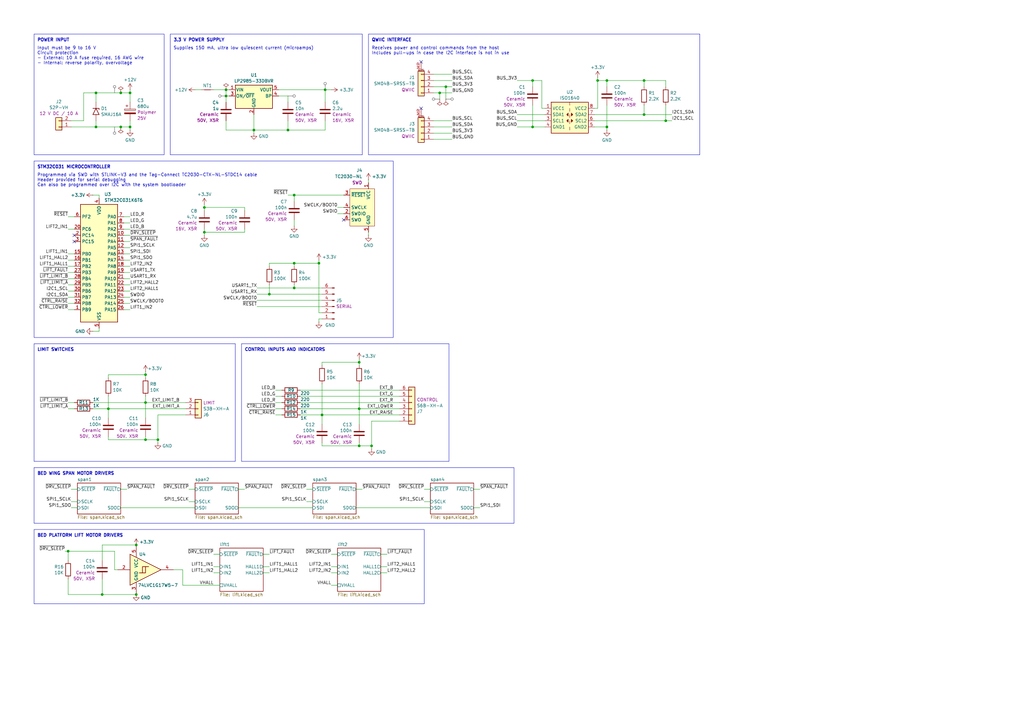
<source format=kicad_sch>
(kicad_sch (version 20250114) (generator "eeschema") (generator_version "9.0")
  (paper "A3")
  (title_block (title "Bed Lift Controller") (date "2025-10") (rev "v0.2") (company "Brown Studios LLC"))
  (rectangle (start 99.06 140.97) (end 184.15 189.23))
  (rectangle (start 13.97 217.17) (end 173.99 247.65))
  (rectangle (start 69.85 13.97) (end 148.59 63.5))
  (rectangle (start 13.97 13.97) (end 67.31 63.5))
  (rectangle (start 13.97 140.97) (end 96.52 189.23))
  (rectangle (start 151.13 13.97) (end 287.02 63.5))
  (rectangle (start 13.97 66.04) (end 161.29 138.43))
  (rectangle (start 13.97 191.77) (end 210.82 214.63))
  (text "Programmed via SWD with STLINK-V3 and the Tag-Connect TC2030-CTX-NL-STDC14 cable\nHeader provided for serial debugging\nCan also be programmed over I2C with the system bootloader" (at 15.24 71.12 0) (effects (font (size 1.27 1.27) (thickness 0.1588)) (justify left top)))
  (text "Supplies 150 mA, ultra low quiescent current (microamps)" (at 71.12 19.05 0) (effects (font (size 1.27 1.27)) (justify left top)))
  (text "LIMIT SWITCHES" (at 15.24 143.51 0) (effects (font (size 1.27 1.27) (thickness 0.254) (bold yes)) (justify left)))
  (text "POWER INPUT" (at 15.24 16.51 0) (effects (font (size 1.27 1.27) (thickness 0.254) (bold yes)) (justify left)))
  (text "BED WING SPAN MOTOR DRIVERS" (at 15.24 194.31 0) (effects (font (size 1.27 1.27) (thickness 0.254) (bold yes)) (justify left)))
  (text "STM32C031 MICROCONTROLLER" (at 15.24 68.58 0) (effects (font (size 1.27 1.27) (thickness 0.254) (bold yes)) (justify left)))
  (text "3.3 V POWER SUPPLY" (at 71.12 16.51 0) (effects (font (size 1.27 1.27) (thickness 0.254) (bold yes)) (justify left)))
  (text "QWIIC INTERFACE" (at 152.4 16.51 0) (effects (font (size 1.27 1.27) (thickness 0.254) (bold yes)) (justify left)))
  (text "CONTROL INPUTS AND INDICATORS" (at 100.33 143.51 0) (effects (font (size 1.27 1.27) (thickness 0.254) (bold yes)) (justify left)))
  (text "Receives power and control commands from the host\nIncludes pull-ups in case the I2C interface is not in use" (at 152.4 19.05 0) (effects (font (size 1.27 1.27)) (justify left top)))
  (text "Input must be 9 to 16 V\nCircuit protection\n- External: 10 A fuse required, 16 AWG wire\n- Internal: reverse polarity, overvoltage" (at 15.24 19.05 0) (effects (font (size 1.27 1.27)) (justify left top)))
  (text "BED PLATFORM LIFT MOTOR DRIVERS" (at 15.24 219.71 0) (effects (font (size 1.27 1.27) (thickness 0.254) (bold yes)) (justify left)))
  (junction (at 44.45 167.64))
  (junction (at 180.34 38.1))
  (junction (at 133.35 36.83))
  (junction (at 120.65 80.01))
  (junction (at 92.71 39.37))
  (junction (at 130.81 107.95))
  (junction (at 147.32 167.64))
  (junction (at 39.37 52.07))
  (junction (at 218.44 33.02))
  (junction (at 64.77 180.34))
  (junction (at 59.69 165.1))
  (junction (at 264.16 46.99))
  (junction (at 152.4 182.88))
  (junction (at 59.69 180.34))
  (junction (at 132.08 170.18))
  (junction (at 182.88 35.56))
  (junction (at 264.16 33.02))
  (junction (at 41.91 243.84))
  (junction (at 120.65 118.11))
  (junction (at 120.65 107.95))
  (junction (at 118.11 53.34))
  (junction (at 83.82 85.09))
  (junction (at 55.88 223.52))
  (junction (at 49.53 38.1))
  (junction (at 39.37 38.1))
  (junction (at 248.92 33.02))
  (junction (at 218.44 52.07))
  (junction (at 53.34 52.07))
  (junction (at 53.34 38.1))
  (junction (at 27.94 226.06))
  (junction (at 248.92 52.07))
  (junction (at 245.11 33.02))
  (junction (at 104.14 53.34))
  (junction (at 49.53 52.07))
  (junction (at 273.05 49.53))
  (junction (at 147.32 148.59))
  (junction (at 110.49 120.65))
  (junction (at 147.32 182.88))
  (junction (at 55.88 243.84))
  (junction (at 83.82 95.25))
  (junction (at 92.71 36.83))
  (junction (at 59.69 153.67))
  (no_connect (at 30.48 99.06))
  (no_connect (at 172.72 25.4))
  (no_connect (at 30.48 96.52))
  (no_connect (at 172.72 44.45))
  (no_connect (at 140.97 90.17))
  (wire (pts (xy 133.35 36.83) (xy 133.35 41.91)))
  (wire (pts (xy 118.11 49.53) (xy 118.11 53.34)))
  (wire (pts (xy 120.65 80.01) (xy 140.97 80.01)))
  (wire (pts (xy 177.8 38.1) (xy 180.34 38.1)))
  (wire (pts (xy 50.8 91.44) (xy 53.34 91.44)))
  (wire (pts (xy 177.8 52.07) (xy 185.42 52.07)))
  (wire (pts (xy 50.8 99.06) (xy 53.34 99.06)))
  (wire (pts (xy 27.94 88.9) (xy 30.48 88.9)))
  (wire (pts (xy 92.71 49.53) (xy 92.71 53.34)))
  (wire (pts (xy 44.45 180.34) (xy 59.69 180.34)))
  (wire (pts (xy 44.45 162.56) (xy 44.45 167.64)))
  (wire (pts (xy 50.8 101.6) (xy 53.34 101.6)))
  (wire (pts (xy 27.94 226.06) (xy 46.99 226.06)))
  (wire (pts (xy 114.3 39.37) (xy 118.11 39.37)))
  (wire (pts (xy 264.16 46.99) (xy 275.59 46.99)))
  (wire (pts (xy 40.64 80.01) (xy 40.64 81.28)))
  (wire (pts (xy 27.94 127) (xy 30.48 127)))
  (wire (pts (xy 243.84 44.45) (xy 245.11 44.45)))
  (wire (pts (xy 245.11 44.45) (xy 245.11 33.02)))
  (wire (pts (xy 27.94 116.84) (xy 30.48 116.84)))
  (wire (pts (xy 39.37 49.53) (xy 39.37 52.07)))
  (wire (pts (xy 130.81 106.68) (xy 130.81 107.95)))
  (wire (pts (xy 50.8 96.52) (xy 53.34 96.52)))
  (wire (pts (xy 38.1 165.1) (xy 59.69 165.1)))
  (wire (pts (xy 97.79 208.28) (xy 128.27 208.28)))
  (wire (pts (xy 194.31 208.28) (xy 196.85 208.28)))
  (wire (pts (xy 50.8 106.68) (xy 53.34 106.68)))
  (wire (pts (xy 29.21 205.74) (xy 31.75 205.74)))
  (wire (pts (xy 44.45 179.07) (xy 44.45 180.34)))
  (wire (pts (xy 100.33 85.09) (xy 100.33 86.36)))
  (wire (pts (xy 27.94 114.3) (xy 30.48 114.3)))
  (wire (pts (xy 27.94 243.84) (xy 41.91 243.84)))
  (wire (pts (xy 156.21 232.41) (xy 158.75 232.41)))
  (wire (pts (xy 156.21 234.95) (xy 158.75 234.95)))
  (wire (pts (xy 27.94 119.38) (xy 30.48 119.38)))
  (wire (pts (xy 41.91 223.52) (xy 55.88 223.52)))
  (wire (pts (xy 264.16 46.99) (xy 264.16 43.18)))
  (wire (pts (xy 44.45 154.94) (xy 44.45 153.67)))
  (wire (pts (xy 152.4 172.72) (xy 152.4 182.88)))
  (wire (pts (xy 223.52 44.45) (xy 222.25 44.45)))
  (wire (pts (xy 53.34 38.1) (xy 53.34 41.91)))
  (wire (pts (xy 273.05 49.53) (xy 275.59 49.53)))
  (wire (pts (xy 105.41 120.65) (xy 110.49 120.65)))
  (wire (pts (xy 27.94 124.46) (xy 30.48 124.46)))
  (wire (pts (xy 27.94 111.76) (xy 30.48 111.76)))
  (wire (pts (xy 152.4 182.88) (xy 152.4 184.15)))
  (wire (pts (xy 123.19 162.56) (xy 163.83 162.56)))
  (wire (pts (xy 92.71 39.37) (xy 92.71 41.91)))
  (wire (pts (xy 44.45 153.67) (xy 59.69 153.67)))
  (wire (pts (xy 27.94 167.64) (xy 30.48 167.64)))
  (wire (pts (xy 248.92 43.18) (xy 248.92 52.07)))
  (wire (pts (xy 59.69 153.67) (xy 59.69 154.94)))
  (wire (pts (xy 125.73 205.74) (xy 128.27 205.74)))
  (wire (pts (xy 27.94 226.06) (xy 27.94 229.87)))
  (wire (pts (xy 177.8 30.48) (xy 185.42 30.48)))
  (wire (pts (xy 27.94 121.92) (xy 30.48 121.92)))
  (wire (pts (xy 118.11 53.34) (xy 133.35 53.34)))
  (wire (pts (xy 147.32 167.64) (xy 163.83 167.64)))
  (wire (pts (xy 130.81 107.95) (xy 130.81 128.27)))
  (wire (pts (xy 264.16 33.02) (xy 264.16 35.56)))
  (wire (pts (xy 83.82 83.82) (xy 83.82 85.09)))
  (wire (pts (xy 49.53 200.66) (xy 52.07 200.66)))
  (wire (pts (xy 74.93 240.03) (xy 90.17 240.03)))
  (wire (pts (xy 125.73 200.66) (xy 128.27 200.66)))
  (wire (pts (xy 107.95 234.95) (xy 110.49 234.95)))
  (wire (pts (xy 110.49 116.84) (xy 110.49 120.65)))
  (wire (pts (xy 218.44 33.02) (xy 218.44 35.56)))
  (wire (pts (xy 264.16 33.02) (xy 273.05 33.02)))
  (wire (pts (xy 44.45 167.64) (xy 44.45 171.45)))
  (wire (pts (xy 53.34 38.1) (xy 49.53 38.1)))
  (wire (pts (xy 80.01 36.83) (xy 82.55 36.83)))
  (wire (pts (xy 83.82 93.98) (xy 83.82 95.25)))
  (wire (pts (xy 34.29 38.1) (xy 39.37 38.1)))
  (wire (pts (xy 29.21 208.28) (xy 31.75 208.28)))
  (wire (pts (xy 194.31 200.66) (xy 196.85 200.66)))
  (wire (pts (xy 40.64 135.89) (xy 40.64 134.62)))
  (wire (pts (xy 97.79 200.66) (xy 100.33 200.66)))
  (wire (pts (xy 130.81 130.81) (xy 132.08 130.81)))
  (wire (pts (xy 177.8 57.15) (xy 185.42 57.15)))
  (wire (pts (xy 212.09 49.53) (xy 223.52 49.53)))
  (wire (pts (xy 104.14 46.99) (xy 104.14 53.34)))
  (wire (pts (xy 132.08 181.61) (xy 132.08 182.88)))
  (wire (pts (xy 38.1 167.64) (xy 44.45 167.64)))
  (wire (pts (xy 27.94 165.1) (xy 30.48 165.1)))
  (wire (pts (xy 180.34 38.1) (xy 185.42 38.1)))
  (wire (pts (xy 120.65 116.84) (xy 120.65 118.11)))
  (wire (pts (xy 53.34 52.07) (xy 53.34 53.34)))
  (wire (pts (xy 77.47 200.66) (xy 80.01 200.66)))
  (wire (pts (xy 113.03 165.1) (xy 115.57 165.1)))
  (wire (pts (xy 120.65 118.11) (xy 132.08 118.11)))
  (wire (pts (xy 50.8 116.84) (xy 53.34 116.84)))
  (wire (pts (xy 147.32 167.64) (xy 147.32 157.48)))
  (wire (pts (xy 218.44 43.18) (xy 218.44 52.07)))
  (wire (pts (xy 104.14 53.34) (xy 104.14 54.61)))
  (wire (pts (xy 118.11 80.01) (xy 120.65 80.01)))
  (wire (pts (xy 151.13 73.66) (xy 151.13 74.93)))
  (wire (pts (xy 38.1 135.89) (xy 40.64 135.89)))
  (wire (pts (xy 100.33 95.25) (xy 100.33 93.98)))
  (wire (pts (xy 120.65 90.17) (xy 120.65 92.71)))
  (wire (pts (xy 243.84 46.99) (xy 264.16 46.99)))
  (wire (pts (xy 132.08 157.48) (xy 132.08 170.18)))
  (wire (pts (xy 218.44 33.02) (xy 222.25 33.02)))
  (wire (pts (xy 87.63 234.95) (xy 90.17 234.95)))
  (wire (pts (xy 29.21 49.53) (xy 34.29 49.53)))
  (wire (pts (xy 27.94 106.68) (xy 30.48 106.68)))
  (wire (pts (xy 135.89 232.41) (xy 138.43 232.41)))
  (wire (pts (xy 74.93 233.68) (xy 74.93 240.03)))
  (wire (pts (xy 48.26 233.68) (xy 46.99 233.68)))
  (wire (pts (xy 92.71 39.37) (xy 93.98 39.37)))
  (wire (pts (xy 110.49 120.65) (xy 132.08 120.65)))
  (wire (pts (xy 92.71 53.34) (xy 104.14 53.34)))
  (wire (pts (xy 273.05 43.18) (xy 273.05 49.53)))
  (wire (pts (xy 50.8 121.92) (xy 53.34 121.92)))
  (wire (pts (xy 120.65 107.95) (xy 130.81 107.95)))
  (wire (pts (xy 151.13 96.52) (xy 151.13 95.25)))
  (wire (pts (xy 182.88 35.56) (xy 185.42 35.56)))
  (wire (pts (xy 146.05 208.28) (xy 176.53 208.28)))
  (wire (pts (xy 248.92 52.07) (xy 243.84 52.07)))
  (wire (pts (xy 105.41 125.73) (xy 132.08 125.73)))
  (wire (pts (xy 135.89 240.03) (xy 138.43 240.03)))
  (wire (pts (xy 41.91 229.87) (xy 41.91 223.52)))
  (wire (pts (xy 107.95 227.33) (xy 110.49 227.33)))
  (wire (pts (xy 113.03 170.18) (xy 115.57 170.18)))
  (wire (pts (xy 92.71 36.83) (xy 92.71 39.37)))
  (wire (pts (xy 49.53 52.07) (xy 39.37 52.07)))
  (wire (pts (xy 27.94 237.49) (xy 27.94 243.84)))
  (wire (pts (xy 132.08 149.86) (xy 132.08 148.59)))
  (wire (pts (xy 59.69 152.4) (xy 59.69 153.67)))
  (wire (pts (xy 177.8 35.56) (xy 182.88 35.56)))
  (wire (pts (xy 177.8 33.02) (xy 185.42 33.02)))
  (wire (pts (xy 132.08 182.88) (xy 147.32 182.88)))
  (wire (pts (xy 180.34 40.64) (xy 180.34 38.1)))
  (wire (pts (xy 110.49 107.95) (xy 120.65 107.95)))
  (wire (pts (xy 50.8 109.22) (xy 53.34 109.22)))
  (wire (pts (xy 83.82 85.09) (xy 100.33 85.09)))
  (wire (pts (xy 140.97 85.09) (xy 138.43 85.09)))
  (wire (pts (xy 120.65 109.22) (xy 120.65 107.95)))
  (wire (pts (xy 212.09 46.99) (xy 223.52 46.99)))
  (wire (pts (xy 120.65 80.01) (xy 120.65 82.55)))
  (wire (pts (xy 114.3 36.83) (xy 133.35 36.83)))
  (wire (pts (xy 147.32 167.64) (xy 147.32 173.99)))
  (wire (pts (xy 59.69 165.1) (xy 76.2 165.1)))
  (wire (pts (xy 50.8 88.9) (xy 53.34 88.9)))
  (wire (pts (xy 222.25 44.45) (xy 222.25 33.02)))
  (wire (pts (xy 87.63 227.33) (xy 90.17 227.33)))
  (wire (pts (xy 46.99 233.68) (xy 46.99 226.06)))
  (wire (pts (xy 156.21 227.33) (xy 158.75 227.33)))
  (wire (pts (xy 182.88 35.56) (xy 182.88 40.64)))
  (wire (pts (xy 163.83 172.72) (xy 152.4 172.72)))
  (wire (pts (xy 59.69 179.07) (xy 59.69 180.34)))
  (wire (pts (xy 110.49 109.22) (xy 110.49 107.95)))
  (wire (pts (xy 243.84 49.53) (xy 273.05 49.53)))
  (wire (pts (xy 248.92 33.02) (xy 264.16 33.02)))
  (wire (pts (xy 83.82 95.25) (xy 100.33 95.25)))
  (wire (pts (xy 212.09 33.02) (xy 218.44 33.02)))
  (wire (pts (xy 27.94 104.14) (xy 30.48 104.14)))
  (wire (pts (xy 245.11 33.02) (xy 248.92 33.02)))
  (wire (pts (xy 26.67 226.06) (xy 27.94 226.06)))
  (wire (pts (xy 59.69 162.56) (xy 59.69 165.1)))
  (wire (pts (xy 123.19 160.02) (xy 163.83 160.02)))
  (wire (pts (xy 173.99 200.66) (xy 176.53 200.66)))
  (wire (pts (xy 38.1 80.01) (xy 40.64 80.01)))
  (wire (pts (xy 147.32 181.61) (xy 147.32 182.88)))
  (wire (pts (xy 130.81 132.08) (xy 130.81 130.81)))
  (wire (pts (xy 39.37 38.1) (xy 49.53 38.1)))
  (wire (pts (xy 53.34 36.83) (xy 53.34 38.1)))
  (wire (pts (xy 44.45 167.64) (xy 76.2 167.64)))
  (wire (pts (xy 27.94 109.22) (xy 30.48 109.22)))
  (wire (pts (xy 146.05 200.66) (xy 148.59 200.66)))
  (wire (pts (xy 50.8 104.14) (xy 53.34 104.14)))
  (wire (pts (xy 50.8 93.98) (xy 53.34 93.98)))
  (wire (pts (xy 50.8 124.46) (xy 53.34 124.46)))
  (wire (pts (xy 77.47 205.74) (xy 80.01 205.74)))
  (wire (pts (xy 50.8 127) (xy 53.34 127)))
  (wire (pts (xy 212.09 52.07) (xy 218.44 52.07)))
  (wire (pts (xy 147.32 148.59) (xy 147.32 149.86)))
  (wire (pts (xy 53.34 49.53) (xy 53.34 52.07)))
  (wire (pts (xy 92.71 36.83) (xy 93.98 36.83)))
  (wire (pts (xy 130.81 128.27) (xy 132.08 128.27)))
  (wire (pts (xy 53.34 52.07) (xy 49.53 52.07)))
  (wire (pts (xy 39.37 38.1) (xy 39.37 41.91)))
  (wire (pts (xy 248.92 33.02) (xy 248.92 35.56)))
  (wire (pts (xy 87.63 36.83) (xy 92.71 36.83)))
  (wire (pts (xy 133.35 53.34) (xy 133.35 49.53)))
  (wire (pts (xy 218.44 52.07) (xy 223.52 52.07)))
  (wire (pts (xy 147.32 182.88) (xy 152.4 182.88)))
  (wire (pts (xy 64.77 180.34) (xy 64.77 181.61)))
  (wire (pts (xy 105.41 123.19) (xy 132.08 123.19)))
  (wire (pts (xy 147.32 147.32) (xy 147.32 148.59)))
  (wire (pts (xy 123.19 170.18) (xy 132.08 170.18)))
  (wire (pts (xy 135.89 234.95) (xy 138.43 234.95)))
  (wire (pts (xy 71.12 233.68) (xy 74.93 233.68)))
  (wire (pts (xy 135.89 227.33) (xy 138.43 227.33)))
  (wire (pts (xy 107.95 232.41) (xy 110.49 232.41)))
  (wire (pts (xy 104.14 53.34) (xy 118.11 53.34)))
  (wire (pts (xy 49.53 208.28) (xy 80.01 208.28)))
  (wire (pts (xy 83.82 86.36) (xy 83.82 85.09)))
  (wire (pts (xy 113.03 160.02) (xy 115.57 160.02)))
  (wire (pts (xy 118.11 39.37) (xy 118.11 41.91)))
  (wire (pts (xy 105.41 118.11) (xy 120.65 118.11)))
  (wire (pts (xy 34.29 38.1) (xy 34.29 49.53)))
  (wire (pts (xy 27.94 93.98) (xy 30.48 93.98)))
  (wire (pts (xy 29.21 52.07) (xy 39.37 52.07)))
  (wire (pts (xy 140.97 87.63) (xy 138.43 87.63)))
  (wire (pts (xy 123.19 165.1) (xy 163.83 165.1)))
  (wire (pts (xy 132.08 170.18) (xy 163.83 170.18)))
  (wire (pts (xy 59.69 165.1) (xy 59.69 171.45)))
  (wire (pts (xy 59.69 180.34) (xy 64.77 180.34)))
  (wire (pts (xy 123.19 167.64) (xy 147.32 167.64)))
  (wire (pts (xy 41.91 237.49) (xy 41.91 243.84)))
  (wire (pts (xy 76.2 170.18) (xy 64.77 170.18)))
  (wire (pts (xy 113.03 162.56) (xy 115.57 162.56)))
  (wire (pts (xy 273.05 33.02) (xy 273.05 35.56)))
  (wire (pts (xy 50.8 111.76) (xy 53.34 111.76)))
  (wire (pts (xy 185.42 54.61) (xy 177.8 54.61)))
  (wire (pts (xy 41.91 243.84) (xy 55.88 243.84)))
  (wire (pts (xy 245.11 31.75) (xy 245.11 33.02)))
  (wire (pts (xy 83.82 95.25) (xy 83.82 96.52)))
  (wire (pts (xy 50.8 114.3) (xy 53.34 114.3)))
  (wire (pts (xy 50.8 119.38) (xy 53.34 119.38)))
  (wire (pts (xy 132.08 148.59) (xy 147.32 148.59)))
  (wire (pts (xy 132.08 170.18) (xy 132.08 173.99)))
  (wire (pts (xy 133.35 36.83) (xy 135.89 36.83)))
  (wire (pts (xy 248.92 52.07) (xy 248.92 53.34)))
  (wire (pts (xy 173.99 205.74) (xy 176.53 205.74)))
  (wire (pts (xy 177.8 49.53) (xy 185.42 49.53)))
  (wire (pts (xy 29.21 200.66) (xy 31.75 200.66)))
  (wire (pts (xy 113.03 167.64) (xy 115.57 167.64)))
  (wire (pts (xy 87.63 232.41) (xy 90.17 232.41)))
  (wire (pts (xy 64.77 170.18) (xy 64.77 180.34)))
  (label "~{RESET}" (at 105.41 125.73 180))
  (label "BUS_SCL" (at 185.42 49.53 0))
  (label "~{LIFT_LIMIT_B}" (at 27.94 165.1 180))
  (label "EXT_LOWER" (at 161.29 167.64 180))
  (label "USART1_RX" (at 53.34 114.3 0))
  (label "~{CTRL_RAISE}" (at 27.94 124.46 180))
  (label "SPI1_SCLK" (at 53.34 101.6 0))
  (label "EXT_LIMIT_B" (at 73.66 165.1 180))
  (label "LIFT1_HALL2" (at 110.49 234.95 0))
  (label "~{LIFT_LIMIT_A}" (at 27.94 167.64 180))
  (label "USART1_TX" (at 105.41 118.11 180))
  (label "EXT_G" (at 161.29 162.56 180))
  (label "~{CTRL_LOWER}" (at 113.03 167.64 180))
  (label "LIFT2_IN2" (at 135.89 234.95 180))
  (label "LIFT1_HALL2" (at 27.94 106.68 180))
  (label "SWDIO" (at 138.43 87.63 180))
  (label "~{LIFT_FAULT}" (at 110.49 227.33 0))
  (label "SPI1_SDO" (at 29.21 208.28 180))
  (label "VHALL" (at 87.63 240.03 180))
  (label "VHALL" (at 135.89 240.03 180))
  (label "LIFT2_HALL1" (at 158.75 232.41 0))
  (label "LIFT2_HALL1" (at 53.34 119.38 0))
  (label "EXT_LIMIT_A" (at 73.66 167.64 180))
  (label "EXT_R" (at 161.29 165.1 180))
  (label "~{DRV_SLEEP}" (at 26.67 226.06 180))
  (label "BUS_SDA" (at 212.09 46.99 180))
  (label "USART1_TX" (at 53.34 111.76 0))
  (label "EXT_RAISE" (at 161.29 170.18 180))
  (label "I2C1_SDA" (at 275.59 46.99 0))
  (label "I2C1_SCL" (at 27.94 119.38 180))
  (label "~{DRV_SLEEP}" (at 135.89 227.33 180))
  (label "LIFT1_IN1" (at 27.94 104.14 180))
  (label "LED_B" (at 53.34 93.98 0))
  (label "LIFT1_IN2" (at 87.63 234.95 180))
  (label "~{LIFT_LIMIT_B}" (at 27.94 114.3 180))
  (label "LIFT1_IN2" (at 53.34 127 0))
  (label "~{RESET}" (at 27.94 88.9 180))
  (label "LED_R" (at 113.03 165.1 180))
  (label "~{CTRL_RAISE}" (at 113.03 170.18 180))
  (label "LED_R" (at 53.34 88.9 0))
  (label "SWCLK{slash}BOOT0" (at 138.43 85.09 180))
  (label "SPI1_SCLK" (at 173.99 205.74 180))
  (label "BUS_GND" (at 185.42 38.1 0))
  (label "SPI1_SDO" (at 53.34 106.68 0))
  (label "BUS_SDA" (at 185.42 33.02 0))
  (label "~{DRV_SLEEP}" (at 87.63 227.33 180))
  (label "LIFT1_HALL1" (at 110.49 232.41 0))
  (label "LED_G" (at 113.03 162.56 180))
  (label "LIFT1_HALL1" (at 27.94 109.22 180))
  (label "~{DRV_SLEEP}" (at 173.99 200.66 180))
  (label "~{CTRL_LOWER}" (at 27.94 127 180))
  (label "I2C1_SDA" (at 27.94 121.92 180))
  (label "~{SPAN_FAULT}" (at 196.85 200.66 0))
  (label "LIFT2_IN1" (at 135.89 232.41 180))
  (label "SPI1_SDI" (at 53.34 104.14 0))
  (label "~{DRV_SLEEP}" (at 29.21 200.66 180))
  (label "BUS_3V3" (at 185.42 54.61 0))
  (label "BUS_3V3" (at 212.09 33.02 180))
  (label "I2C1_SCL" (at 275.59 49.53 0))
  (label "EXT_B" (at 161.29 160.02 180))
  (label "BUS_3V3" (at 185.42 35.56 0))
  (label "~{SPAN_FAULT}" (at 148.59 200.66 0))
  (label "SWDIO" (at 53.34 121.92 0))
  (label "~{DRV_SLEEP}" (at 77.47 200.66 180))
  (label "SPI1_SCLK" (at 125.73 205.74 180))
  (label "~{LIFT_FAULT}" (at 27.94 111.76 180))
  (label "SWCLK{slash}BOOT0" (at 53.34 124.46 0))
  (label "~{LIFT_FAULT}" (at 158.75 227.33 0))
  (label "SPI1_SCLK" (at 29.21 205.74 180))
  (label "SPI1_SDI" (at 196.85 208.28 0))
  (label "~{SPAN_FAULT}" (at 100.33 200.66 0))
  (label "SPI1_SCLK" (at 77.47 205.74 180))
  (label "BUS_GND" (at 212.09 52.07 180))
  (label "~{RESET}" (at 118.11 80.01 180))
  (label "LIFT2_IN2" (at 53.34 109.22 0))
  (label "BUS_SCL" (at 185.42 30.48 0))
  (label "~{DRV_SLEEP}" (at 53.34 96.52 0))
  (label "~{SPAN_FAULT}" (at 52.07 200.66 0))
  (label "BUS_SDA" (at 185.42 52.07 0))
  (label "BUS_SCL" (at 212.09 49.53 180))
  (label "~{DRV_SLEEP}" (at 125.73 200.66 180))
  (label "BUS_GND" (at 185.42 57.15 0))
  (label "USART1_RX" (at 105.41 120.65 180))
  (label "~{LIFT_LIMIT_A}" (at 27.94 116.84 180))
  (label "~{SPAN_FAULT}" (at 53.34 99.06 0))
  (label "LED_B" (at 113.03 160.02 180))
  (label "SWCLK{slash}BOOT0" (at 105.41 123.19 180))
  (label "LED_G" (at 53.34 91.44 0))
  (label "LIFT2_IN1" (at 27.94 93.98 180))
  (label "LIFT1_IN1" (at 87.63 232.41 180))
  (label "LIFT2_HALL2" (at 158.75 234.95 0))
  (label "LIFT2_HALL2" (at 53.34 116.84 0))
  (netclass_flag "" (length 2.54) (shape round) (at 118.11 39.37 270) (property "Netclass" "Power" (effects (hide yes))))
  (netclass_flag "" (length 2.54) (shape round) (at 133.35 36.83 0) (property "Netclass" "Power" (effects (hide yes))))
  (netclass_flag "" (length 2.54) (shape round) (at 180.34 40.64 90) (property "Netclass" "Power" (effects (hide yes))))
  (netclass_flag "" (length 2.54) (shape round) (at 182.88 40.64 270) (property "Netclass" "Power" (effects (hide yes))))
  (netclass_flag "" (length 2.54) (shape round) (at 46.99 52.07 180) (property "Netclass" "Power" (effects (hide yes))))
  (netclass_flag "" (length 2.54) (shape round) (at 92.71 39.37 90) (property "Netclass" "Power" (effects (hide yes))))
  (netclass_flag "" (length 2.54) (shape round) (at 46.99 38.1 0) (property "Netclass" "Power-10A" (effects (hide yes))))
  (symbol (lib_id "Device:C") (at 132.08 177.8 0) (mirror y) (unit 1)
    (property "Reference" "C12" (at 129.159 174.1635 0) (effects (justify left)))
    (property "Value" "100n" (at 129.159 176.5878 0) (effects (justify left)))
    (property "Footprint" "Capacitor_SMD:C_0603_1608Metric" (effects (hide yes)))
    (property "Description" "Unpolarized capacitor" (effects (hide yes)))
    (property "Type" "Ceramic" (at 129.159 179.0121 0) (effects (justify left)))
    (property "Rating" "50V, X5R" (at 129.159 181.4364 0) (effects (justify left)))
    (property "LCSC" "C14663" (effects (hide yes)))
  )
  (symbol (lib_id "MCU_ST_STM32C0:STM32C031K6Tx") (at 40.64 109.22 0) (unit 1)
    (property "Reference" "U3" (at 42.7833 79.6755 0) (effects (justify left)))
    (property "Value" "STM32C031K6T6" (at 42.7833 82.0998 0) (effects (justify left)))
    (property "Footprint" "Package_QFP:LQFP-32_7x7mm_P0.8mm" (effects (hide yes)))
    (property "Datasheet" "https://www.st.com/resource/en/datasheet/stm32c031k6.pdf" (effects (hide yes)))
    (property "Description" "STMicroelectronics Arm Cortex-M0+ MCU, 32KB flash, 12KB RAM, 48 MHz, 2.0-3.6V, 30 GPIO, LQFP32" (effects (hide yes)))
    (property "LCSC" "C5456169" (effects (hide yes)))
  )
  (symbol (lib_id "Device:R") (at 119.38 160.02 90) (mirror x) (unit 1)
    (property "Reference" "R9" (at 119.38 160.02 90))
    (property "Value" "220" (at 123.19 161.29 90) (effects (justify right)))
    (property "Footprint" "Resistor_SMD:R_0603_1608Metric" (effects (hide yes)))
    (property "Description" "Resistor" (effects (hide yes)))
    (property "LCSC" "C22962" (effects (hide yes)))
  )
  (symbol (lib_id "power:GND") (at 53.34 53.34 0) (unit 1)
    (property "Reference" "#PWR05" (effects (hide yes)))
    (property "Value" "GND" (at 53.34 57.4731 0))
    (property "Description" "Power symbol creates a global label with name \"GND\" , ground" (effects (hide yes)))
  )
  (symbol (lib_id "Device:C") (at 44.45 175.26 0) (mirror y) (unit 1)
    (property "Reference" "C10" (at 41.529 171.6235 0) (effects (justify left)))
    (property "Value" "100n" (at 41.529 174.0478 0) (effects (justify left)))
    (property "Footprint" "Capacitor_SMD:C_0603_1608Metric" (effects (hide yes)))
    (property "Description" "Unpolarized capacitor" (effects (hide yes)))
    (property "Type" "Ceramic" (at 41.529 176.4721 0) (effects (justify left)))
    (property "Rating" "50V, X5R" (at 41.529 178.8964 0) (effects (justify left)))
    (property "LCSC" "C14663" (effects (hide yes)))
  )
  (symbol (lib_id "power:GND") (at 55.88 243.84 0) (mirror y) (unit 1)
    (property "Reference" "#PWR022" (effects (hide yes)))
    (property "Value" "GND" (at 59.69 245.11 0))
    (property "Description" "Power symbol creates a global label with name \"GND\" , ground" (effects (hide yes)))
  )
  (symbol (lib_id "power:+3.3V") (at 83.82 83.82 0) (unit 1)
    (property "Reference" "#PWR010" (effects (hide yes)))
    (property "Value" "+3.3V" (at 83.82 79.6869 0))
    (property "Description" "Power symbol creates a global label with name \"+3.3V\"" (effects (hide yes)))
  )
  (symbol (lib_id "Connector_Generic_MountingPin:Conn_01x04_MountingPin") (at 172.72 35.56 180) (unit 1)
    (property "Reference" "J1" (at 170.18 31.75 0) (effects (justify left)))
    (property "Value" "SM04B-SRSS-TB" (at 170.18 34.29 0) (effects (justify left)))
    (property "Footprint" "Connector_JST:JST_SH_SM04B-SRSS-TB_1x04-1MP_P1.00mm_Horizontal" (effects (hide yes)))
    (property "Description" "Generic connectable mounting pin connector, single row, 01x04, script generated (kicad-library-utils/schlib/autogen/connector/)" (effects (hide yes)))
    (property "Label" "QWIIC" (at 170.18 36.83 0) (effects (justify left)))
    (property "LCSC" "C160404" (effects (hide yes)))
    (property "Alternative" " GT-A1002WRS-104SBT01" (effects (hide yes)))
    (property "LCSC_Alternative" "C41431904" (effects (hide yes)))
  )
  (symbol (lib_id "Device:C_Polarized") (at 53.34 45.72 0) (unit 1)
    (property "Reference" "C3" (at 56.261 41.1945 0) (effects (justify left)))
    (property "Value" "680u" (at 56.261 43.6188 0) (effects (justify left)))
    (property "Footprint" "Capacitor_THT:CP_Radial_D8.0mm_P3.50mm" (effects (hide yes)))
    (property "Description" "Polarized capacitor" (effects (hide yes)))
    (property "Type" "Polymer" (at 56.261 46.0431 0) (effects (justify left)))
    (property "Rating" "25V" (at 56.261 48.4674 0) (effects (justify left)))
    (property "LCSC" "C5243855" (effects (hide yes)))
    (property "Alternative" "A750KW687M1EAAE016" (effects (hide yes)))
  )
  (symbol (lib_id "Device:C") (at 147.32 177.8 0) (mirror y) (unit 1)
    (property "Reference" "C13" (at 144.399 174.1635 0) (effects (justify left)))
    (property "Value" "100n" (at 144.399 176.5878 0) (effects (justify left)))
    (property "Footprint" "Capacitor_SMD:C_0603_1608Metric" (effects (hide yes)))
    (property "Description" "Unpolarized capacitor" (effects (hide yes)))
    (property "Type" "Ceramic" (at 144.399 179.0121 0) (effects (justify left)))
    (property "Rating" "50V, X5R" (at 144.399 181.4364 0) (effects (justify left)))
    (property "LCSC" "C14663" (effects (hide yes)))
  )
  (symbol (lib_id "power:+3.3V") (at 130.81 106.68 0) (mirror y) (unit 1)
    (property "Reference" "#PWR014" (effects (hide yes)))
    (property "Value" "+3.3V" (at 132.08 105.41 0) (effects (justify right)))
    (property "Description" "Power symbol creates a global label with name \"+3.3V\"" (effects (hide yes)))
  )
  (symbol (lib_id "power:+3.3V") (at 38.1 80.01 90) (unit 1)
    (property "Reference" "#PWR09" (effects (hide yes)))
    (property "Value" "+3.3V" (at 34.925 80.01 90) (effects (justify left)))
    (property "Description" "Power symbol creates a global label with name \"+3.3V\"" (effects (hide yes)))
  )
  (symbol (lib_id "power:PWR_FLAG") (at 49.53 52.07 180) (unit 1)
    (property "Reference" "#FLG05" (effects (hide yes)))
    (property "Value" "PWR_FLAG" (effects (hide yes)))
    (property "Description" "Special symbol for telling ERC where power comes from" (effects (hide yes)))
  )
  (symbol (lib_id "Connector_Generic:Conn_01x02") (at 24.13 52.07 180) (unit 1)
    (property "Reference" "J2" (at 24.13 41.6913 0))
    (property "Value" "S2P-VH" (at 24.13 44.1156 0))
    (property "Footprint" "Connector_JST:JST_VH_S2P-VH_1x02_P3.96mm_Horizontal" (effects (hide yes)))
    (property "Datasheet" "https://mm.digikey.com/Volume0/opasdata/d220001/medias/docus/4886/eVH.doc.pdf" (effects (hide yes)))
    (property "Description" "Generic connector, single row, 01x02, script generated (kicad-library-utils/schlib/autogen/connector/)" (effects (hide yes)))
    (property "Label" "12 V DC / 10 A" (at 24.13 46.5399 0))
  )
  (symbol (lib_id "Connector:Conn_ARM_SWD_TagConnect_TC2030-NL") (at 148.59 85.09 0) (mirror y) (unit 1) (in_bom no)
    (property "Reference" "J4" (at 148.59 69.85 0) (effects (justify left)))
    (property "Value" "TC2030-NL" (at 148.59 72.39 0) (effects (justify left)))
    (property "Footprint" "Connector:Tag-Connect_TC2030-IDC-NL_2x03_P1.27mm_Vertical" (effects (hide yes)))
    (property "Datasheet" "https://www.tag-connect.com/wp-content/uploads/bsk-pdf-manager/TC2030-CTX_1.pdf" (effects (hide yes)))
    (property "Description" "Tag-Connect ARM Cortex SWD JTAG connector, 6 pin, no legs" (effects (hide yes)))
    (property "Label" "SWD" (at 148.59 74.93 0) (effects (justify left)))
  )
  (symbol (lib_id "Device:R") (at 34.29 165.1 90) (unit 1)
    (property "Reference" "R11" (at 34.29 165.1 90))
    (property "Value" "1K" (at 38.1 163.83 90) (effects (justify right)))
    (property "Footprint" "Resistor_SMD:R_0603_1608Metric" (effects (hide yes)))
    (property "Description" "Resistor" (effects (hide yes)))
    (property "LCSC" "C21190" (effects (hide yes)))
  )
  (symbol (lib_id "power:PWR_FLAG") (at 49.53 38.1 0) (unit 1)
    (property "Reference" "#FLG02" (effects (hide yes)))
    (property "Value" "PWR_FLAG" (effects (hide yes)))
    (property "Description" "Special symbol for telling ERC where power comes from" (effects (hide yes)))
  )
  (symbol (lib_id "Device:R") (at 27.94 233.68 0) (unit 1)
    (property "Reference" "R16" (at 26.162 232.4678 0) (effects (justify right)))
    (property "Value" "10K" (at 26.162 234.8921 0) (effects (justify right)))
    (property "Footprint" "Resistor_SMD:R_0603_1608Metric" (effects (hide yes)))
    (property "Description" "Resistor" (effects (hide yes)))
    (property "LCSC" "C25804" (effects (hide yes)))
  )
  (symbol (lib_id "Device:NetTie_2") (at 85.09 36.83 0) (unit 1) (in_bom no)
    (property "Reference" "NT1" (at 85.09 35.1099 0))
    (property "Value" "NetTie_2" (effects (hide yes)))
    (property "Footprint" "Generic:NetTie-2_SMD_Pad0.4mm" (effects (hide yes)))
    (property "Description" "Net tie, 2 pins" (effects (hide yes)))
  )
  (symbol (lib_id "Device:R") (at 273.05 39.37 0) (unit 1)
    (property "Reference" "R2" (at 274.828 38.1578 0) (effects (justify left)))
    (property "Value" "2.2K" (at 274.828 40.5821 0) (effects (justify left)))
    (property "Footprint" "Resistor_SMD:R_0603_1608Metric" (effects (hide yes)))
    (property "Description" "Resistor" (effects (hide yes)))
    (property "LCSC" "C4190" (effects (hide yes)))
  )
  (symbol (lib_id "power:GND") (at 104.14 54.61 0) (unit 1)
    (property "Reference" "#PWR07" (effects (hide yes)))
    (property "Value" "GND" (at 106.045 55.88 0) (effects (justify left)))
    (property "Description" "Power symbol creates a global label with name \"GND\" , ground" (effects (hide yes)))
  )
  (symbol (lib_id "Connector:Conn_01x06_Pin") (at 137.16 125.73 180) (unit 1)
    (property "Reference" "J5" (at 137.8712 123.2478 0) (effects (justify right)))
    (property "Value" "PH1-06-UA" (effects (hide yes)))
    (property "Footprint" "Connector_PinHeader_2.54mm:PinHeader_1x06_P2.54mm_Vertical" (effects (hide yes)))
    (property "Description" "Generic connector, single row, 01x06, script generated" (effects (hide yes)))
    (property "Label" "SERIAL" (at 137.8712 125.6721 0) (effects (justify right)))
  )
  (symbol (lib_id "power:+3.3V") (at 55.88 223.52 0) (mirror y) (unit 1)
    (property "Reference" "#PWR021" (effects (hide yes)))
    (property "Value" "+3.3V" (at 57.15 222.25 0) (effects (justify right)))
    (property "Description" "Power symbol creates a global label with name \"+3.3V\"" (effects (hide yes)))
  )
  (symbol (lib_id "Device:R") (at 119.38 167.64 90) (mirror x) (unit 1)
    (property "Reference" "R14" (at 119.38 167.64 90))
    (property "Value" "1K" (at 123.19 168.91 90) (effects (justify right)))
    (property "Footprint" "Resistor_SMD:R_0603_1608Metric" (effects (hide yes)))
    (property "Description" "Resistor" (effects (hide yes)))
    (property "LCSC" "C21190" (effects (hide yes)))
  )
  (symbol (lib_id "Device:C") (at 133.35 45.72 180) (unit 1)
    (property "Reference" "C6" (at 136.271 42.0835 0) (effects (justify right)))
    (property "Value" "2.2u" (at 136.271 44.5078 0) (effects (justify right)))
    (property "Footprint" "Capacitor_SMD:C_0603_1608Metric" (effects (hide yes)))
    (property "Description" "Unpolarized capacitor" (effects (hide yes)))
    (property "Type" "Ceramic" (at 136.271 46.9321 0) (effects (justify right)))
    (property "Rating" "16V, X5R" (at 136.271 49.3564 0) (effects (justify right)))
    (property "LCSC" "C23630" (effects (hide yes)))
  )
  (symbol (lib_id "power:PWR_FLAG") (at 92.71 36.83 0) (unit 1)
    (property "Reference" "#FLG01" (effects (hide yes)))
    (property "Value" "PWR_FLAG" (effects (hide yes)))
    (property "Description" "Special symbol for telling ERC where power comes from" (effects (hide yes)))
  )
  (symbol (lib_id "74xGxx:74LVC1G17") (at 60.96 233.68 0) (unit 1)
    (property "Reference" "U4" (at 58.42 227.33 0))
    (property "Value" "74LVC1G17W5-7" (at 64.77 240.03 0))
    (property "Footprint" "Package_TO_SOT_SMD:SOT-23-5" (effects (hide yes)))
    (property "Datasheet" "https://www.ti.com/lit/ds/symlink/sn74lvc1g17.pdf" (effects (hide yes)))
    (property "Description" "Single Schmitt Buffer Gate, Low-Voltage CMOS" (effects (hide yes)))
    (property "LCSC" "C151394" (effects (hide yes)))
  )
  (symbol (lib_id "Device:C") (at 248.92 39.37 0) (unit 1)
    (property "Reference" "C2" (at 251.841 35.7335 0) (effects (justify left)))
    (property "Value" "100n" (at 251.841 38.1578 0) (effects (justify left)))
    (property "Footprint" "Capacitor_SMD:C_0603_1608Metric" (effects (hide yes)))
    (property "Description" "Unpolarized capacitor" (effects (hide yes)))
    (property "Type" "Ceramic" (at 251.841 40.5821 0) (effects (justify left)))
    (property "Rating" "50V, X5R" (at 251.841 43.0064 0) (effects (justify left)))
    (property "LCSC" "C15849" (effects (hide yes)))
  )
  (symbol (lib_id "power:GND") (at 83.82 96.52 0) (unit 1)
    (property "Reference" "#PWR012" (effects (hide yes)))
    (property "Value" "GND" (at 83.82 100.6531 0))
    (property "Description" "Power symbol creates a global label with name \"GND\" , ground" (effects (hide yes)))
  )
  (symbol (lib_id "power:GND") (at 152.4 184.15 0) (mirror y) (unit 1)
    (property "Reference" "#PWR020" (effects (hide yes)))
    (property "Value" "GND" (at 156.21 185.42 0))
    (property "Description" "Power symbol creates a global label with name \"GND\" , ground" (effects (hide yes)))
  )
  (symbol (lib_id "power:PWR_FLAG") (at 182.88 40.64 180) (unit 1)
    (property "Reference" "#FLG04" (effects (hide yes)))
    (property "Value" "PWR_FLAG" (effects (hide yes)))
    (property "Description" "Special symbol for telling ERC where power comes from" (effects (hide yes)))
  )
  (symbol (lib_id "Device:C") (at 83.82 90.17 0) (mirror y) (unit 1)
    (property "Reference" "C8" (at 80.899 86.5335 0) (effects (justify left)))
    (property "Value" "4.7u" (at 80.899 88.9578 0) (effects (justify left)))
    (property "Footprint" "Capacitor_SMD:C_0603_1608Metric" (effects (hide yes)))
    (property "Description" "Unpolarized capacitor" (effects (hide yes)))
    (property "Type" "Ceramic" (at 80.899 91.3821 0) (effects (justify left)))
    (property "Rating" "16V, X5R" (at 80.899 93.8064 0) (effects (justify left)))
    (property "LCSC" "C19666" (effects (hide yes)))
  )
  (symbol (lib_id "Device:C") (at 120.65 86.36 0) (unit 1)
    (property "Reference" "C7" (at 117.729 82.7235 0) (effects (justify right)))
    (property "Value" "100n" (at 117.729 85.1478 0) (effects (justify right)))
    (property "Footprint" "Capacitor_SMD:C_0603_1608Metric" (effects (hide yes)))
    (property "Description" "Unpolarized capacitor" (effects (hide yes)))
    (property "Type" "Ceramic" (at 117.729 87.5721 0) (effects (justify right)))
    (property "Rating" "50V, X5R" (at 117.729 89.9964 0) (effects (justify right)))
    (property "LCSC" "C14663" (effects (hide yes)))
  )
  (symbol (lib_id "Connector_Generic:Conn_01x06") (at 168.91 167.64 0) (mirror x) (unit 1)
    (property "Reference" "J7" (at 170.942 168.7943 0) (effects (justify left)))
    (property "Value" "S6B-XH-A" (at 170.942 166.37 0) (effects (justify left)))
    (property "Footprint" "Connector_JST:JST_XH_S6B-XH-A_1x06_P2.50mm_Horizontal" (effects (hide yes)))
    (property "Description" "Generic connector, single row, 01x06, script generated (kicad-library-utils/schlib/autogen/connector/)" (effects (hide yes)))
    (property "Label" "CONTROL" (at 170.942 163.9457 0) (effects (justify left)))
  )
  (symbol (lib_id "Device:R") (at 132.08 153.67 0) (unit 1)
    (property "Reference" "R5" (at 133.858 152.4578 0) (effects (justify left)))
    (property "Value" "10K" (at 133.858 154.8821 0) (effects (justify left)))
    (property "Footprint" "Resistor_SMD:R_0603_1608Metric" (effects (hide yes)))
    (property "Description" "Resistor" (effects (hide yes)))
    (property "LCSC" "C25804" (effects (hide yes)))
  )
  (symbol (lib_id "power:GND") (at 120.65 92.71 0) (unit 1)
    (property "Reference" "#PWR011" (effects (hide yes)))
    (property "Value" "GND" (at 120.65 96.8431 0))
    (property "Description" "Power symbol creates a global label with name \"GND\" , ground" (effects (hide yes)))
  )
  (symbol (lib_id "Device:R") (at 34.29 167.64 90) (unit 1)
    (property "Reference" "R13" (at 34.29 167.64 90))
    (property "Value" "1K" (at 38.1 166.37 90) (effects (justify right)))
    (property "Footprint" "Resistor_SMD:R_0603_1608Metric" (effects (hide yes)))
    (property "Description" "Resistor" (effects (hide yes)))
    (property "LCSC" "C21190" (effects (hide yes)))
  )
  (symbol (lib_id "power:GND") (at 151.13 96.52 0) (mirror y) (unit 1)
    (property "Reference" "#PWR013" (effects (hide yes)))
    (property "Value" "GND" (at 151.13 100.6531 0))
    (property "Description" "Power symbol creates a global label with name \"GND\" , ground" (effects (hide yes)))
  )
  (symbol (lib_id "Device:C") (at 92.71 45.72 0) (mirror y) (unit 1)
    (property "Reference" "C4" (at 89.789 42.0835 0) (effects (justify left)))
    (property "Value" "1u" (at 89.789 44.5078 0) (effects (justify left)))
    (property "Footprint" "Capacitor_SMD:C_0603_1608Metric" (effects (hide yes)))
    (property "Description" "Unpolarized capacitor" (effects (hide yes)))
    (property "Type" "Ceramic" (at 89.789 46.9321 0) (effects (justify left)))
    (property "Rating" "50V, X5R" (at 89.789 49.3564 0) (effects (justify left)))
    (property "LCSC" "C15849" (effects (hide yes)))
  )
  (symbol (lib_id "Device:R") (at 120.65 113.03 0) (unit 1)
    (property "Reference" "R4" (at 122.428 111.8178 0) (effects (justify left)))
    (property "Value" "100K" (at 122.428 114.2421 0) (effects (justify left)))
    (property "Footprint" "Resistor_SMD:R_0603_1608Metric" (effects (hide yes)))
    (property "Description" "Resistor" (effects (hide yes)))
    (property "LCSC" "C25803" (effects (hide yes)))
  )
  (symbol (lib_id "power:GND") (at 248.92 53.34 0) (unit 1)
    (property "Reference" "#PWR06" (effects (hide yes)))
    (property "Value" "GND" (at 248.92 57.4731 0))
    (property "Description" "Power symbol creates a global label with name \"GND\" , ground" (effects (hide yes)))
  )
  (symbol (lib_id "power:+3.3V") (at 151.13 73.66 0) (mirror y) (unit 1)
    (property "Reference" "#PWR08" (effects (hide yes)))
    (property "Value" "+3.3V" (at 152.527 72.39 0) (effects (justify right)))
    (property "Description" "Power symbol creates a global label with name \"+3.3V\"" (effects (hide yes)))
  )
  (symbol (lib_id "power:+3.3V") (at 245.11 31.75 0) (unit 1)
    (property "Reference" "#PWR01" (effects (hide yes)))
    (property "Value" "+3.3V" (at 245.11 27.6169 0))
    (property "Description" "Power symbol creates a global label with name \"+3.3V\"" (effects (hide yes)))
  )
  (symbol (lib_id "Device:R") (at 264.16 39.37 0) (unit 1)
    (property "Reference" "R1" (at 265.938 38.1578 0) (effects (justify left)))
    (property "Value" "2.2K" (at 265.938 40.5821 0) (effects (justify left)))
    (property "Footprint" "Resistor_SMD:R_0603_1608Metric" (effects (hide yes)))
    (property "Description" "Resistor" (effects (hide yes)))
    (property "LCSC" "C4190" (effects (hide yes)))
  )
  (symbol (lib_id "power:GND") (at 64.77 181.61 0) (mirror y) (unit 1)
    (property "Reference" "#PWR019" (effects (hide yes)))
    (property "Value" "GND" (at 68.58 182.88 0))
    (property "Description" "Power symbol creates a global label with name \"GND\" , ground" (effects (hide yes)))
  )
  (symbol (lib_id "Connector_Generic_MountingPin:Conn_01x04_MountingPin") (at 172.72 54.61 180) (unit 1)
    (property "Reference" "J3" (at 170.18 50.8 0) (effects (justify left)))
    (property "Value" "SM04B-SRSS-TB" (at 170.18 53.34 0) (effects (justify left)))
    (property "Footprint" "Connector_JST:JST_SH_SM04B-SRSS-TB_1x04-1MP_P1.00mm_Horizontal" (effects (hide yes)))
    (property "Description" "Generic connectable mounting pin connector, single row, 01x04, script generated (kicad-library-utils/schlib/autogen/connector/)" (effects (hide yes)))
    (property "Label" "QWIIC" (at 170.18 55.88 0) (effects (justify left)))
    (property "LCSC" "C160404" (effects (hide yes)))
    (property "Alternative" " GT-A1002WRS-104SBT01" (effects (hide yes)))
    (property "LCSC_Alternative" "C41431904" (effects (hide yes)))
  )
  (symbol (lib_id "Device:C") (at 59.69 175.26 0) (mirror y) (unit 1)
    (property "Reference" "C11" (at 56.769 171.6235 0) (effects (justify left)))
    (property "Value" "100n" (at 56.769 174.0478 0) (effects (justify left)))
    (property "Footprint" "Capacitor_SMD:C_0603_1608Metric" (effects (hide yes)))
    (property "Description" "Unpolarized capacitor" (effects (hide yes)))
    (property "Type" "Ceramic" (at 56.769 176.4721 0) (effects (justify left)))
    (property "Rating" "50V, X5R" (at 56.769 178.8964 0) (effects (justify left)))
    (property "LCSC" "C14663" (effects (hide yes)))
  )
  (symbol (lib_id "Device:R") (at 119.38 170.18 90) (mirror x) (unit 1)
    (property "Reference" "R15" (at 119.38 170.18 90))
    (property "Value" "1K" (at 123.19 171.45 90) (effects (justify right)))
    (property "Footprint" "Resistor_SMD:R_0603_1608Metric" (effects (hide yes)))
    (property "Description" "Resistor" (effects (hide yes)))
    (property "LCSC" "C21190" (effects (hide yes)))
  )
  (symbol (lib_id "Connector_Generic:Conn_01x03") (at 81.28 167.64 0) (mirror x) (unit 1)
    (property "Reference" "J6" (at 83.312 170.0643 0) (effects (justify left)))
    (property "Value" "S3B-XH-A" (at 83.312 167.64 0) (effects (justify left)))
    (property "Footprint" "Connector_JST:JST_XH_S3B-XH-A_1x03_P2.50mm_Horizontal" (effects (hide yes)))
    (property "Description" "Generic connector, single row, 01x03, script generated (kicad-library-utils/schlib/autogen/connector/)" (effects (hide yes)))
    (property "Label" "LIMIT" (at 83.312 165.2157 0) (effects (justify left)))
  )
  (symbol (lib_id "power:+3.3V") (at 147.32 147.32 0) (mirror y) (unit 1)
    (property "Reference" "#PWR017" (effects (hide yes)))
    (property "Value" "+3.3V" (at 151.13 146.05 0))
    (property "Description" "Power symbol creates a global label with name \"+3.3V\"" (effects (hide yes)))
  )
  (symbol (lib_id "Device:R") (at 44.45 158.75 0) (unit 1)
    (property "Reference" "R7" (at 46.228 157.5378 0) (effects (justify left)))
    (property "Value" "10K" (at 46.228 159.9621 0) (effects (justify left)))
    (property "Footprint" "Resistor_SMD:R_0603_1608Metric" (effects (hide yes)))
    (property "Description" "Resistor" (effects (hide yes)))
    (property "LCSC" "C25804" (effects (hide yes)))
  )
  (symbol (lib_id "Device:R") (at 59.69 158.75 0) (unit 1)
    (property "Reference" "R8" (at 61.468 157.5378 0) (effects (justify left)))
    (property "Value" "10K" (at 61.468 159.9621 0) (effects (justify left)))
    (property "Footprint" "Resistor_SMD:R_0603_1608Metric" (effects (hide yes)))
    (property "Description" "Resistor" (effects (hide yes)))
    (property "LCSC" "C25804" (effects (hide yes)))
  )
  (symbol (lib_id "Diode:SMAJ16A") (at 39.37 45.72 270) (unit 1)
    (property "Reference" "D1" (at 41.402 44.5078 90) (effects (justify left)))
    (property "Value" "SMAJ16A" (at 41.402 46.9321 90) (effects (justify left)))
    (property "Footprint" "Diode_SMD:D_SMA" (effects (hide yes)))
    (property "Datasheet" "https://www.littelfuse.com/media?resourcetype=datasheets&itemid=75e32973-b177-4ee3-a0ff-cedaf1abdb93&filename=smaj-datasheet" (effects (hide yes)))
    (property "Description" "400W unidirectional Transient Voltage Suppressor, 16.0Vr, SMA(DO-214AC)" (effects (hide yes)))
    (property "LCSC" "C207257" (effects (hide yes)))
    (property "Alternative" "SMF16A-E3-08" (effects (hide yes)))
  )
  (symbol (lib_id "Device:R") (at 119.38 162.56 90) (mirror x) (unit 1)
    (property "Reference" "R10" (at 119.38 162.56 90))
    (property "Value" "220" (at 123.19 163.83 90) (effects (justify right)))
    (property "Footprint" "Resistor_SMD:R_0603_1608Metric" (effects (hide yes)))
    (property "Description" "Resistor" (effects (hide yes)))
    (property "LCSC" "C22962" (effects (hide yes)))
  )
  (symbol (lib_id "Regulator_Linear:LP2985-3.3") (at 104.14 39.37 0) (unit 1)
    (property "Reference" "U1" (at 104.14 30.7805 0))
    (property "Value" "LP2985-33DBVR" (at 104.14 33.2048 0))
    (property "Footprint" "Package_TO_SOT_SMD:SOT-23-5" (effects (hide yes)))
    (property "Datasheet" "http://www.ti.com/lit/ds/symlink/lp2985.pdf" (effects (hide yes)))
    (property "Description" "150mA 16V Low-noise Low-dropout Regulator With Shutdown, 3.3V output voltage, SOT-23-5" (effects (hide yes)))
    (property "LCSC" "C95414" (effects (hide yes)))
  )
  (symbol (lib_id "Device:C") (at 41.91 233.68 0) (mirror y) (unit 1)
    (property "Reference" "C14" (at 38.989 230.0435 0) (effects (justify left)))
    (property "Value" "100n" (at 38.989 232.4678 0) (effects (justify left)))
    (property "Footprint" "Capacitor_SMD:C_0603_1608Metric" (effects (hide yes)))
    (property "Description" "Unpolarized capacitor" (effects (hide yes)))
    (property "Type" "Ceramic" (at 38.989 234.8921 0) (effects (justify left)))
    (property "Rating" "50V, X5R" (at 38.989 237.3164 0) (effects (justify left)))
    (property "LCSC" "C14663" (effects (hide yes)))
  )
  (symbol (lib_id "Isolator:ISO1540") (at 233.68 46.99 0) (unit 1)
    (property "Reference" "U2" (at 233.68 37.7655 0))
    (property "Value" "ISO1640" (at 233.68 40.1898 0))
    (property "Footprint" "Package_SO:SOIC-8_3.9x4.9mm_P1.27mm" (effects (hide yes)))
    (property "Datasheet" "https://www.ti.com/lit/ds/symlink/iso1641.pdf" (effects (hide yes)))
    (property "Description" "I2C Isolator, 5 kVrms, Bidirectional clock and data, SOIC-8" (effects (hide yes)))
    (property "LCSC" "C5122339" (effects (hide yes)))
  )
  (symbol (lib_id "power:+12V") (at 80.01 36.83 90) (unit 1)
    (property "Reference" "#PWR03" (effects (hide yes)))
    (property "Value" "+12V" (at 76.835 36.83 90) (effects (justify left)))
    (property "Description" "Power symbol creates a global label with name \"+12V\"" (effects (hide yes)))
  )
  (symbol (lib_id "Device:R") (at 110.49 113.03 0) (unit 1)
    (property "Reference" "R3" (at 112.268 111.8178 0) (effects (justify left)))
    (property "Value" "100K" (at 112.268 114.2421 0) (effects (justify left)))
    (property "Footprint" "Resistor_SMD:R_0603_1608Metric" (effects (hide yes)))
    (property "Description" "Resistor" (effects (hide yes)))
    (property "LCSC" "C25803" (effects (hide yes)))
  )
  (symbol (lib_id "power:+12V") (at 53.34 36.83 0) (unit 1)
    (property "Reference" "#PWR02" (effects (hide yes)))
    (property "Value" "+12V" (at 53.34 32.6969 0))
    (property "Description" "Power symbol creates a global label with name \"+12V\"" (effects (hide yes)))
  )
  (symbol (lib_id "Device:R") (at 147.32 153.67 0) (unit 1)
    (property "Reference" "R6" (at 149.098 152.4578 0) (effects (justify left)))
    (property "Value" "10K" (at 149.098 154.8821 0) (effects (justify left)))
    (property "Footprint" "Resistor_SMD:R_0603_1608Metric" (effects (hide yes)))
    (property "Description" "Resistor" (effects (hide yes)))
    (property "LCSC" "C25804" (effects (hide yes)))
  )
  (symbol (lib_id "Device:C") (at 100.33 90.17 0) (mirror y) (unit 1)
    (property "Reference" "C9" (at 97.409 86.5335 0) (effects (justify left)))
    (property "Value" "100n" (at 97.409 88.9578 0) (effects (justify left)))
    (property "Footprint" "Capacitor_SMD:C_0603_1608Metric" (effects (hide yes)))
    (property "Description" "Unpolarized capacitor" (effects (hide yes)))
    (property "Type" "Ceramic" (at 97.409 91.3821 0) (effects (justify left)))
    (property "Rating" "50V, X5R" (at 97.409 93.8064 0) (effects (justify left)))
    (property "LCSC" "C14663" (effects (hide yes)))
  )
  (symbol (lib_id "Device:R") (at 119.38 165.1 90) (mirror x) (unit 1)
    (property "Reference" "R12" (at 119.38 165.1 90))
    (property "Value" "220" (at 123.19 166.37 90) (effects (justify right)))
    (property "Footprint" "Resistor_SMD:R_0603_1608Metric" (effects (hide yes)))
    (property "Description" "Resistor" (effects (hide yes)))
    (property "LCSC" "C22962" (effects (hide yes)))
  )
  (symbol (lib_id "power:GND") (at 130.81 132.08 0) (mirror y) (unit 1)
    (property "Reference" "#PWR015" (effects (hide yes)))
    (property "Value" "GND" (at 133.35 133.35 0) (effects (justify right)))
    (property "Description" "Power symbol creates a global label with name \"GND\" , ground" (effects (hide yes)))
  )
  (symbol (lib_id "power:+3.3V") (at 135.89 36.83 270) (mirror x) (unit 1)
    (property "Reference" "#PWR04" (effects (hide yes)))
    (property "Value" "+3.3V" (at 139.065 36.83 90) (effects (justify left)))
    (property "Description" "Power symbol creates a global label with name \"+3.3V\"" (effects (hide yes)))
  )
  (symbol (lib_id "power:GND") (at 38.1 135.89 270) (mirror x) (unit 1)
    (property "Reference" "#PWR016" (effects (hide yes)))
    (property "Value" "GND" (at 34.9251 135.89 90) (effects (justify right)))
    (property "Description" "Power symbol creates a global label with name \"GND\" , ground" (effects (hide yes)))
  )
  (symbol (lib_id "power:+3.3V") (at 59.69 152.4 0) (mirror y) (unit 1)
    (property "Reference" "#PWR018" (effects (hide yes)))
    (property "Value" "+3.3V" (at 63.5 151.13 0))
    (property "Description" "Power symbol creates a global label with name \"+3.3V\"" (effects (hide yes)))
  )
  (symbol (lib_id "Device:C") (at 118.11 45.72 180) (unit 1)
    (property "Reference" "C5" (at 121.031 42.0835 0) (effects (justify right)))
    (property "Value" "10n" (at 121.031 44.5078 0) (effects (justify right)))
    (property "Footprint" "Capacitor_SMD:C_0603_1608Metric" (effects (hide yes)))
    (property "Description" "Unpolarized capacitor" (effects (hide yes)))
    (property "Type" "Ceramic" (at 121.031 46.9321 0) (effects (justify right)))
    (property "Rating" "50V, X5R" (at 121.031 49.3564 0) (effects (justify right)))
    (property "LCSC" "C57112" (effects (hide yes)))
  )
  (symbol (lib_id "power:PWR_FLAG") (at 180.34 40.64 180) (unit 1)
    (property "Reference" "#FLG03" (effects (hide yes)))
    (property "Value" "PWR_FLAG" (effects (hide yes)))
    (property "Description" "Special symbol for telling ERC where power comes from" (effects (hide yes)))
  )
  (symbol (lib_id "Device:C") (at 218.44 39.37 0) (mirror y) (unit 1)
    (property "Reference" "C1" (at 215.519 35.7335 0) (effects (justify left)))
    (property "Value" "100n" (at 215.519 38.1578 0) (effects (justify left)))
    (property "Footprint" "Capacitor_SMD:C_0603_1608Metric" (effects (hide yes)))
    (property "Description" "Unpolarized capacitor" (effects (hide yes)))
    (property "Type" "Ceramic" (at 215.519 40.5821 0) (effects (justify left)))
    (property "Rating" "50V, X5R" (at 215.519 43.0064 0) (effects (justify left)))
    (property "LCSC" "C15849" (effects (hide yes)))
  )
  (sheet (at 80.01 198.12) (size 17.78 12.7) (stroke (width 0.1524))
    (property "Sheetname" "span2" (at 80.01 197.4084 0) (effects (justify left bottom)))
    (property "Sheetfile" "span.kicad_sch" (at 80.01 211.4046 0) (effects (justify left top)))
    (pin "SCLK" input (at 80.01 205.74 180))
    (pin "SDI" input (at 80.01 208.28 180))
    (pin "SDO" output (at 97.79 208.28 0))
    (pin "~{FAULT}" output (at 97.79 200.66 0))
    (pin "~{SLEEP}" input (at 80.01 200.66 180))
  )
  (sheet (at 128.27 198.12) (size 17.78 12.7) (stroke (width 0.1524))
    (property "Sheetname" "span3" (at 128.27 197.4084 0) (effects (justify left bottom)))
    (property "Sheetfile" "span.kicad_sch" (at 128.27 211.4046 0) (effects (justify left top)))
    (pin "SCLK" input (at 128.27 205.74 180))
    (pin "SDI" input (at 128.27 208.28 180))
    (pin "SDO" output (at 146.05 208.28 0))
    (pin "~{FAULT}" output (at 146.05 200.66 0))
    (pin "~{SLEEP}" input (at 128.27 200.66 180))
  )
  (sheet (at 90.17 224.79) (size 17.78 17.78) (stroke (width 0.1524))
    (property "Sheetname" "lift1" (at 90.17 224.0784 0) (effects (justify left bottom)))
    (property "Sheetfile" "lift.kicad_sch" (at 90.17 243.1546 0) (effects (justify left top)))
    (pin "IN1" input (at 90.17 232.41 180))
    (pin "IN2" input (at 90.17 234.95 180))
    (pin "~{FAULT}" output (at 107.95 227.33 0))
    (pin "~{SLEEP}" input (at 90.17 227.33 180))
    (pin "HALL1" output (at 107.95 232.41 0))
    (pin "HALL2" output (at 107.95 234.95 0))
    (pin "VHALL" passive (at 90.17 240.03 180))
  )
  (sheet (at 31.75 198.12) (size 17.78 12.7) (stroke (width 0.1524))
    (property "Sheetname" "span1" (at 31.75 197.4084 0) (effects (justify left bottom)))
    (property "Sheetfile" "span.kicad_sch" (at 31.75 211.4046 0) (effects (justify left top)))
    (pin "SCLK" input (at 31.75 205.74 180))
    (pin "SDI" input (at 31.75 208.28 180))
    (pin "SDO" output (at 49.53 208.28 0))
    (pin "~{FAULT}" output (at 49.53 200.66 0))
    (pin "~{SLEEP}" input (at 31.75 200.66 180))
  )
  (sheet (at 138.43 224.79) (size 17.78 17.78) (stroke (width 0.1524))
    (property "Sheetname" "lift2" (at 138.43 224.0784 0) (effects (justify left bottom)))
    (property "Sheetfile" "lift.kicad_sch" (at 138.43 243.1546 0) (effects (justify left top)))
    (pin "IN1" input (at 138.43 232.41 180))
    (pin "IN2" input (at 138.43 234.95 180))
    (pin "~{FAULT}" output (at 156.21 227.33 0))
    (pin "~{SLEEP}" input (at 138.43 227.33 180))
    (pin "HALL1" output (at 156.21 232.41 0))
    (pin "HALL2" output (at 156.21 234.95 0))
    (pin "VHALL" passive (at 138.43 240.03 180))
  )
  (sheet (at 176.53 198.12) (size 17.78 12.7) (stroke (width 0.1524))
    (property "Sheetname" "span4" (at 176.53 197.4084 0) (effects (justify left bottom)))
    (property "Sheetfile" "span.kicad_sch" (at 176.53 211.4046 0) (effects (justify left top)))
    (pin "SCLK" input (at 176.53 205.74 180))
    (pin "SDI" input (at 176.53 208.28 180))
    (pin "SDO" output (at 194.31 208.28 0))
    (pin "~{FAULT}" output (at 194.31 200.66 0))
    (pin "~{SLEEP}" input (at 176.53 200.66 180))
  )
)
</source>
